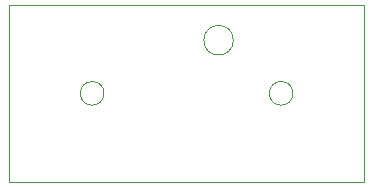
<source format=gbr>
%TF.GenerationSoftware,KiCad,Pcbnew,7.0.9*%
%TF.CreationDate,2024-03-13T02:47:39-05:00*%
%TF.ProjectId,SWITCHES,53574954-4348-4455-932e-6b696361645f,rev?*%
%TF.SameCoordinates,Original*%
%TF.FileFunction,Profile,NP*%
%FSLAX46Y46*%
G04 Gerber Fmt 4.6, Leading zero omitted, Abs format (unit mm)*
G04 Created by KiCad (PCBNEW 7.0.9) date 2024-03-13 02:47:39*
%MOMM*%
%LPD*%
G01*
G04 APERTURE LIST*
%TA.AperFunction,Profile*%
%ADD10C,0.100000*%
%TD*%
%TA.AperFunction,Profile*%
%ADD11C,0.050000*%
%TD*%
G04 APERTURE END LIST*
D10*
X140000000Y-80000000D02*
X170000000Y-80000000D01*
X170000000Y-95000000D01*
X140000000Y-95000000D01*
X140000000Y-80000000D01*
X165100001Y-81280000D02*
G75*
G03*
X165100001Y-81280000I-1J0D01*
G01*
X158950000Y-83000000D02*
G75*
G03*
X158950000Y-83000000I-1250000J0D01*
G01*
D11*
%TO.C,J4*%
X148000000Y-87500000D02*
G75*
G03*
X148000000Y-87500000I-1000000J0D01*
G01*
%TO.C,J5*%
X164000000Y-87500000D02*
G75*
G03*
X164000000Y-87500000I-1000000J0D01*
G01*
%TD*%
M02*

</source>
